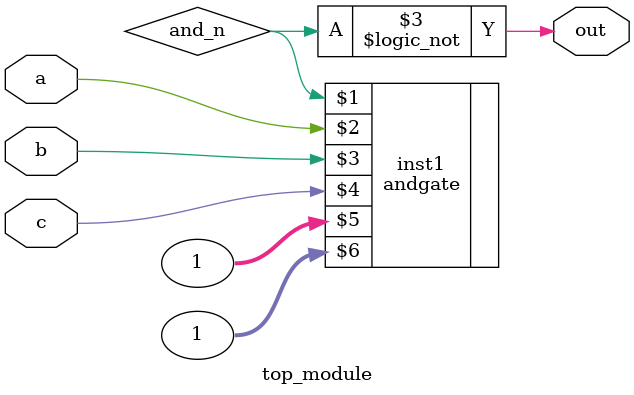
<source format=v>
module top_module (input a, input b, input c, output out);//

    wire and_n;
    andgate inst1 (and_n, a, b, c, 1, 1 );
	  assign out = !and_n;
endmodule

</source>
